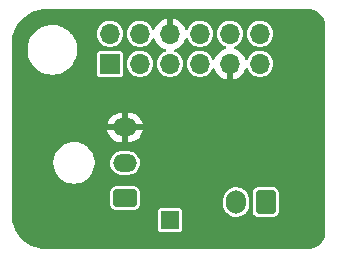
<source format=gbl>
G04 #@! TF.GenerationSoftware,KiCad,Pcbnew,7.0.10*
G04 #@! TF.CreationDate,2024-02-05T22:52:07+01:00*
G04 #@! TF.ProjectId,PowerPCB,506f7765-7250-4434-922e-6b696361645f,rev?*
G04 #@! TF.SameCoordinates,Original*
G04 #@! TF.FileFunction,Copper,L2,Bot*
G04 #@! TF.FilePolarity,Positive*
%FSLAX46Y46*%
G04 Gerber Fmt 4.6, Leading zero omitted, Abs format (unit mm)*
G04 Created by KiCad (PCBNEW 7.0.10) date 2024-02-05 22:52:07*
%MOMM*%
%LPD*%
G01*
G04 APERTURE LIST*
G04 Aperture macros list*
%AMRoundRect*
0 Rectangle with rounded corners*
0 $1 Rounding radius*
0 $2 $3 $4 $5 $6 $7 $8 $9 X,Y pos of 4 corners*
0 Add a 4 corners polygon primitive as box body*
4,1,4,$2,$3,$4,$5,$6,$7,$8,$9,$2,$3,0*
0 Add four circle primitives for the rounded corners*
1,1,$1+$1,$2,$3*
1,1,$1+$1,$4,$5*
1,1,$1+$1,$6,$7*
1,1,$1+$1,$8,$9*
0 Add four rect primitives between the rounded corners*
20,1,$1+$1,$2,$3,$4,$5,0*
20,1,$1+$1,$4,$5,$6,$7,0*
20,1,$1+$1,$6,$7,$8,$9,0*
20,1,$1+$1,$8,$9,$2,$3,0*%
G04 Aperture macros list end*
G04 #@! TA.AperFunction,ComponentPad*
%ADD10R,1.500000X1.500000*%
G04 #@! TD*
G04 #@! TA.AperFunction,ComponentPad*
%ADD11RoundRect,0.250000X0.600000X0.750000X-0.600000X0.750000X-0.600000X-0.750000X0.600000X-0.750000X0*%
G04 #@! TD*
G04 #@! TA.AperFunction,ComponentPad*
%ADD12O,1.700000X2.000000*%
G04 #@! TD*
G04 #@! TA.AperFunction,ComponentPad*
%ADD13RoundRect,0.250001X0.759999X-0.499999X0.759999X0.499999X-0.759999X0.499999X-0.759999X-0.499999X0*%
G04 #@! TD*
G04 #@! TA.AperFunction,ComponentPad*
%ADD14O,2.020000X1.500000*%
G04 #@! TD*
G04 #@! TA.AperFunction,ComponentPad*
%ADD15R,1.700000X1.700000*%
G04 #@! TD*
G04 #@! TA.AperFunction,ComponentPad*
%ADD16O,1.700000X1.700000*%
G04 #@! TD*
G04 #@! TA.AperFunction,ViaPad*
%ADD17C,0.600000*%
G04 #@! TD*
G04 #@! TA.AperFunction,Conductor*
%ADD18C,0.600000*%
G04 #@! TD*
G04 APERTURE END LIST*
D10*
X113462000Y-61900000D03*
D11*
X121570000Y-60393000D03*
D12*
X119070000Y-60393000D03*
D13*
X109654000Y-60074000D03*
D14*
X109654000Y-57074000D03*
X109654000Y-54074000D03*
D15*
X108382000Y-48692000D03*
D16*
X108382000Y-46152000D03*
X110922000Y-48692000D03*
X110922000Y-46152000D03*
X113462000Y-48692000D03*
X113462000Y-46152000D03*
X116002000Y-48692000D03*
X116002000Y-46152000D03*
X118542000Y-48692000D03*
X118542000Y-46152000D03*
X121082000Y-48692000D03*
X121082000Y-46152000D03*
D17*
X117018000Y-53010000D03*
D18*
X113450000Y-48770000D02*
X113655370Y-48770000D01*
G04 #@! TA.AperFunction,Conductor*
G36*
X125174853Y-44050881D02*
G01*
X125387028Y-44067580D01*
X125406237Y-44070623D01*
X125608437Y-44119167D01*
X125626930Y-44125176D01*
X125784353Y-44190382D01*
X125819044Y-44204752D01*
X125836381Y-44213586D01*
X126013672Y-44322230D01*
X126029414Y-44333667D01*
X126187530Y-44468711D01*
X126201288Y-44482469D01*
X126336332Y-44640585D01*
X126347769Y-44656327D01*
X126456413Y-44833618D01*
X126465247Y-44850955D01*
X126544821Y-45043063D01*
X126550834Y-45061569D01*
X126599375Y-45263757D01*
X126602419Y-45282975D01*
X126619118Y-45495146D01*
X126619500Y-45504875D01*
X126619500Y-62934284D01*
X126619045Y-62944896D01*
X126600897Y-63156172D01*
X126597763Y-63175177D01*
X126548153Y-63376874D01*
X126542114Y-63395164D01*
X126461866Y-63586747D01*
X126453067Y-63603881D01*
X126344113Y-63780731D01*
X126332766Y-63796296D01*
X126197748Y-63954128D01*
X126184128Y-63967748D01*
X126026296Y-64102766D01*
X126010731Y-64114113D01*
X125833881Y-64223067D01*
X125816747Y-64231866D01*
X125625164Y-64312114D01*
X125606874Y-64318153D01*
X125405177Y-64367763D01*
X125386172Y-64370897D01*
X125174896Y-64389045D01*
X125164284Y-64389500D01*
X103003481Y-64389500D01*
X102996528Y-64389305D01*
X102676712Y-64371344D01*
X102662894Y-64369787D01*
X102350542Y-64316716D01*
X102336985Y-64313622D01*
X102032530Y-64225910D01*
X102019406Y-64221317D01*
X101726695Y-64100073D01*
X101714166Y-64094040D01*
X101436860Y-63940778D01*
X101425094Y-63933385D01*
X101166687Y-63750035D01*
X101155825Y-63741372D01*
X100919581Y-63530250D01*
X100909749Y-63520418D01*
X100698627Y-63284174D01*
X100689966Y-63273314D01*
X100506611Y-63014900D01*
X100499221Y-63003139D01*
X100345955Y-62725826D01*
X100339926Y-62713304D01*
X100323927Y-62674678D01*
X112461500Y-62674678D01*
X112476032Y-62747735D01*
X112476033Y-62747739D01*
X112476034Y-62747740D01*
X112531399Y-62830601D01*
X112614260Y-62885966D01*
X112614264Y-62885967D01*
X112687321Y-62900499D01*
X112687324Y-62900500D01*
X112687326Y-62900500D01*
X114236676Y-62900500D01*
X114236677Y-62900499D01*
X114309740Y-62885966D01*
X114392601Y-62830601D01*
X114447966Y-62747740D01*
X114462500Y-62674674D01*
X114462500Y-61125326D01*
X114462500Y-61125323D01*
X114462499Y-61125321D01*
X114447967Y-61052264D01*
X114447966Y-61052260D01*
X114424938Y-61017796D01*
X114392601Y-60969399D01*
X114309740Y-60914034D01*
X114309739Y-60914033D01*
X114309735Y-60914032D01*
X114236677Y-60899500D01*
X114236674Y-60899500D01*
X112687326Y-60899500D01*
X112687323Y-60899500D01*
X112614264Y-60914032D01*
X112614260Y-60914033D01*
X112531399Y-60969399D01*
X112476033Y-61052260D01*
X112476032Y-61052264D01*
X112461500Y-61125321D01*
X112461500Y-62674678D01*
X100323927Y-62674678D01*
X100218682Y-62420593D01*
X100214089Y-62407469D01*
X100126377Y-62103014D01*
X100123283Y-62089457D01*
X100094127Y-61917858D01*
X100070210Y-61777094D01*
X100068656Y-61763297D01*
X100050695Y-61443472D01*
X100050500Y-61436519D01*
X100050500Y-60621863D01*
X108393500Y-60621863D01*
X108393501Y-60621882D01*
X108399908Y-60681481D01*
X108450202Y-60816327D01*
X108450203Y-60816328D01*
X108450204Y-60816330D01*
X108536454Y-60931546D01*
X108651670Y-61017796D01*
X108651671Y-61017796D01*
X108651672Y-61017797D01*
X108786518Y-61068091D01*
X108786517Y-61068091D01*
X108793445Y-61068835D01*
X108846128Y-61074500D01*
X108846137Y-61074500D01*
X110461863Y-61074500D01*
X110461872Y-61074500D01*
X110521482Y-61068091D01*
X110656330Y-61017796D01*
X110771546Y-60931546D01*
X110857796Y-60816330D01*
X110908091Y-60681482D01*
X110914500Y-60621872D01*
X110914500Y-60595425D01*
X117969500Y-60595425D01*
X117984472Y-60752218D01*
X118043684Y-60953875D01*
X118076638Y-61017797D01*
X118139991Y-61140686D01*
X118269905Y-61305883D01*
X118269909Y-61305887D01*
X118428746Y-61443521D01*
X118610750Y-61548601D01*
X118610752Y-61548601D01*
X118610756Y-61548604D01*
X118809367Y-61617344D01*
X119017398Y-61647254D01*
X119227330Y-61637254D01*
X119431576Y-61587704D01*
X119517199Y-61548601D01*
X119622743Y-61500401D01*
X119622746Y-61500399D01*
X119622753Y-61500396D01*
X119793952Y-61378486D01*
X119863179Y-61305883D01*
X119938985Y-61226379D01*
X119961797Y-61190883D01*
X119961805Y-61190870D01*
X120469500Y-61190870D01*
X120469501Y-61190876D01*
X120475908Y-61250483D01*
X120526202Y-61385328D01*
X120526206Y-61385335D01*
X120612452Y-61500544D01*
X120612455Y-61500547D01*
X120727664Y-61586793D01*
X120727671Y-61586797D01*
X120862517Y-61637091D01*
X120862516Y-61637091D01*
X120869444Y-61637835D01*
X120922127Y-61643500D01*
X122217872Y-61643499D01*
X122277483Y-61637091D01*
X122412331Y-61586796D01*
X122527546Y-61500546D01*
X122613796Y-61385331D01*
X122664091Y-61250483D01*
X122670500Y-61190873D01*
X122670499Y-59595128D01*
X122664091Y-59535517D01*
X122643426Y-59480112D01*
X122613797Y-59400671D01*
X122613793Y-59400664D01*
X122527547Y-59285455D01*
X122527544Y-59285452D01*
X122412335Y-59199206D01*
X122412328Y-59199202D01*
X122277482Y-59148908D01*
X122277483Y-59148908D01*
X122217883Y-59142501D01*
X122217881Y-59142500D01*
X122217873Y-59142500D01*
X122217864Y-59142500D01*
X120922129Y-59142500D01*
X120922123Y-59142501D01*
X120862516Y-59148908D01*
X120727671Y-59199202D01*
X120727664Y-59199206D01*
X120612455Y-59285452D01*
X120612452Y-59285455D01*
X120526206Y-59400664D01*
X120526202Y-59400671D01*
X120475908Y-59535517D01*
X120473317Y-59559622D01*
X120469501Y-59595123D01*
X120469500Y-59595135D01*
X120469500Y-61190870D01*
X119961805Y-61190870D01*
X120052613Y-61049572D01*
X120130725Y-60854457D01*
X120170500Y-60648085D01*
X120170500Y-60190575D01*
X120155528Y-60033782D01*
X120096316Y-59832125D01*
X120000011Y-59645318D01*
X120000009Y-59645316D01*
X120000008Y-59645313D01*
X119870094Y-59480116D01*
X119870090Y-59480112D01*
X119711253Y-59342478D01*
X119529249Y-59237398D01*
X119529245Y-59237396D01*
X119529244Y-59237396D01*
X119330633Y-59168656D01*
X119122602Y-59138746D01*
X119122598Y-59138746D01*
X118912672Y-59148745D01*
X118708421Y-59198296D01*
X118708417Y-59198298D01*
X118517256Y-59285598D01*
X118517251Y-59285601D01*
X118346046Y-59407515D01*
X118346040Y-59407520D01*
X118201014Y-59559620D01*
X118087388Y-59736425D01*
X118009274Y-59931544D01*
X117989570Y-60033782D01*
X117969500Y-60137915D01*
X117969500Y-60595425D01*
X110914500Y-60595425D01*
X110914500Y-59526128D01*
X110908091Y-59466518D01*
X110857796Y-59331670D01*
X110771546Y-59216454D01*
X110656330Y-59130204D01*
X110656328Y-59130203D01*
X110656327Y-59130202D01*
X110521481Y-59079908D01*
X110521482Y-59079908D01*
X110461882Y-59073501D01*
X110461880Y-59073500D01*
X110461872Y-59073500D01*
X108846128Y-59073500D01*
X108846120Y-59073500D01*
X108846117Y-59073501D01*
X108786518Y-59079908D01*
X108651672Y-59130202D01*
X108651670Y-59130204D01*
X108536454Y-59216454D01*
X108450204Y-59331670D01*
X108450202Y-59331672D01*
X108399908Y-59466518D01*
X108393501Y-59526117D01*
X108393500Y-59526136D01*
X108393500Y-60621863D01*
X100050500Y-60621863D01*
X100050500Y-57205187D01*
X103583500Y-57205187D01*
X103601720Y-57326063D01*
X103622604Y-57464615D01*
X103622605Y-57464617D01*
X103622606Y-57464623D01*
X103699938Y-57715326D01*
X103813767Y-57951696D01*
X103813768Y-57951697D01*
X103813770Y-57951700D01*
X103813772Y-57951704D01*
X103814857Y-57953295D01*
X103961567Y-58168479D01*
X104140014Y-58360801D01*
X104140018Y-58360804D01*
X104140019Y-58360805D01*
X104345143Y-58524386D01*
X104572357Y-58655568D01*
X104816584Y-58751420D01*
X105072370Y-58809802D01*
X105072376Y-58809802D01*
X105072379Y-58809803D01*
X105268484Y-58824499D01*
X105268503Y-58824499D01*
X105268506Y-58824500D01*
X105268508Y-58824500D01*
X105399492Y-58824500D01*
X105399494Y-58824500D01*
X105399496Y-58824499D01*
X105399515Y-58824499D01*
X105595620Y-58809803D01*
X105595622Y-58809802D01*
X105595630Y-58809802D01*
X105851416Y-58751420D01*
X106095643Y-58655568D01*
X106322857Y-58524386D01*
X106527981Y-58360805D01*
X106706433Y-58168479D01*
X106854228Y-57951704D01*
X106968063Y-57715323D01*
X107045396Y-57464615D01*
X107084500Y-57205182D01*
X107084500Y-57124936D01*
X108389631Y-57124936D01*
X108420442Y-57326063D01*
X108420445Y-57326075D01*
X108491111Y-57516881D01*
X108491115Y-57516888D01*
X108598745Y-57689567D01*
X108598747Y-57689569D01*
X108598748Y-57689571D01*
X108738941Y-57837053D01*
X108867344Y-57926424D01*
X108905949Y-57953294D01*
X108905950Y-57953294D01*
X108905951Y-57953295D01*
X109092942Y-58033540D01*
X109292259Y-58074500D01*
X109964743Y-58074500D01*
X110116439Y-58059074D01*
X110310579Y-57998162D01*
X110310580Y-57998161D01*
X110310588Y-57998159D01*
X110488502Y-57899409D01*
X110642895Y-57766866D01*
X110767448Y-57605958D01*
X110857060Y-57423271D01*
X110908063Y-57226285D01*
X110918369Y-57023064D01*
X110887556Y-56821929D01*
X110816886Y-56631113D01*
X110709252Y-56458429D01*
X110569059Y-56310947D01*
X110470587Y-56242409D01*
X110402050Y-56194705D01*
X110215056Y-56114459D01*
X110015741Y-56073500D01*
X109343258Y-56073500D01*
X109343257Y-56073500D01*
X109191560Y-56088925D01*
X108997420Y-56149837D01*
X108997405Y-56149844D01*
X108819500Y-56248589D01*
X108819495Y-56248592D01*
X108665106Y-56381132D01*
X108665104Y-56381134D01*
X108540554Y-56542037D01*
X108540553Y-56542040D01*
X108450940Y-56724728D01*
X108399937Y-56921714D01*
X108389631Y-57124936D01*
X107084500Y-57124936D01*
X107084500Y-56942818D01*
X107045396Y-56683385D01*
X106968063Y-56432677D01*
X106909442Y-56310949D01*
X106854232Y-56196303D01*
X106854231Y-56196302D01*
X106854230Y-56196301D01*
X106854228Y-56196296D01*
X106706433Y-55979521D01*
X106696441Y-55968753D01*
X106527985Y-55787198D01*
X106488533Y-55755736D01*
X106322857Y-55623614D01*
X106095643Y-55492432D01*
X105851416Y-55396580D01*
X105851411Y-55396578D01*
X105851402Y-55396576D01*
X105633818Y-55346914D01*
X105595630Y-55338198D01*
X105595629Y-55338197D01*
X105595625Y-55338197D01*
X105595620Y-55338196D01*
X105399515Y-55323500D01*
X105399494Y-55323500D01*
X105268506Y-55323500D01*
X105268484Y-55323500D01*
X105072379Y-55338196D01*
X105072374Y-55338197D01*
X104816597Y-55396576D01*
X104816578Y-55396582D01*
X104572356Y-55492432D01*
X104345143Y-55623614D01*
X104140014Y-55787198D01*
X103961567Y-55979520D01*
X103813768Y-56196302D01*
X103813767Y-56196303D01*
X103699938Y-56432673D01*
X103622606Y-56683376D01*
X103622605Y-56683381D01*
X103622604Y-56683385D01*
X103607853Y-56781247D01*
X103583500Y-56942812D01*
X103583500Y-57205187D01*
X100050500Y-57205187D01*
X100050500Y-54324000D01*
X108166449Y-54324000D01*
X108170415Y-54353278D01*
X108239945Y-54567268D01*
X108346565Y-54765401D01*
X108346567Y-54765404D01*
X108486854Y-54941320D01*
X108656292Y-55089352D01*
X108656300Y-55089359D01*
X108849446Y-55204759D01*
X108849451Y-55204761D01*
X109060110Y-55283824D01*
X109281494Y-55324000D01*
X109404000Y-55324000D01*
X109404000Y-54520494D01*
X109508839Y-54568373D01*
X109617527Y-54584000D01*
X109690473Y-54584000D01*
X109799161Y-54568373D01*
X109904000Y-54520494D01*
X109904000Y-55324000D01*
X109970126Y-55324000D01*
X109970129Y-55323999D01*
X110138096Y-55308883D01*
X110138102Y-55308882D01*
X110354984Y-55249026D01*
X110354997Y-55249021D01*
X110557708Y-55151401D01*
X110557716Y-55151397D01*
X110739741Y-55019148D01*
X110739749Y-55019142D01*
X110895237Y-54856513D01*
X111019191Y-54668733D01*
X111107624Y-54461830D01*
X111107627Y-54461821D01*
X111139084Y-54324000D01*
X110099572Y-54324000D01*
X110122682Y-54288040D01*
X110164000Y-54147327D01*
X110164000Y-54000673D01*
X110122682Y-53859960D01*
X110099572Y-53824000D01*
X111141550Y-53824000D01*
X111141550Y-53823999D01*
X111137584Y-53794721D01*
X111068054Y-53580731D01*
X110961434Y-53382598D01*
X110961432Y-53382595D01*
X110821145Y-53206679D01*
X110651707Y-53058647D01*
X110651699Y-53058640D01*
X110458553Y-52943240D01*
X110458548Y-52943238D01*
X110247889Y-52864175D01*
X110026506Y-52824000D01*
X109904000Y-52824000D01*
X109904000Y-53627505D01*
X109799161Y-53579627D01*
X109690473Y-53564000D01*
X109617527Y-53564000D01*
X109508839Y-53579627D01*
X109404000Y-53627505D01*
X109404000Y-52824000D01*
X109337870Y-52824000D01*
X109169903Y-52839116D01*
X109169897Y-52839117D01*
X108953015Y-52898973D01*
X108953002Y-52898978D01*
X108750291Y-52996598D01*
X108750283Y-52996602D01*
X108568258Y-53128851D01*
X108568250Y-53128857D01*
X108412762Y-53291486D01*
X108288808Y-53479266D01*
X108200375Y-53686169D01*
X108200372Y-53686178D01*
X108168915Y-53823999D01*
X108168916Y-53824000D01*
X109208428Y-53824000D01*
X109185318Y-53859960D01*
X109144000Y-54000673D01*
X109144000Y-54147327D01*
X109185318Y-54288040D01*
X109208428Y-54324000D01*
X108166449Y-54324000D01*
X100050500Y-54324000D01*
X100050500Y-47643678D01*
X101399500Y-47643678D01*
X101413325Y-47744264D01*
X101438629Y-47928357D01*
X101438630Y-47928364D01*
X101479877Y-48075578D01*
X101516156Y-48205058D01*
X101516157Y-48205061D01*
X101516158Y-48205063D01*
X101516158Y-48205064D01*
X101630634Y-48468617D01*
X101658529Y-48514489D01*
X101779945Y-48714147D01*
X101961292Y-48937053D01*
X102087105Y-49054554D01*
X102171299Y-49133187D01*
X102171302Y-49133189D01*
X102406064Y-49298901D01*
X102661203Y-49431104D01*
X102931968Y-49527334D01*
X103213314Y-49585798D01*
X103428248Y-49600500D01*
X103428255Y-49600500D01*
X103571745Y-49600500D01*
X103571752Y-49600500D01*
X103786686Y-49585798D01*
X103878697Y-49566678D01*
X107281500Y-49566678D01*
X107296032Y-49639735D01*
X107296033Y-49639739D01*
X107296034Y-49639740D01*
X107351399Y-49722601D01*
X107434260Y-49777966D01*
X107434264Y-49777967D01*
X107507321Y-49792499D01*
X107507324Y-49792500D01*
X107507326Y-49792500D01*
X109256676Y-49792500D01*
X109256677Y-49792499D01*
X109329740Y-49777966D01*
X109412601Y-49722601D01*
X109467966Y-49639740D01*
X109482500Y-49566674D01*
X109482500Y-48692000D01*
X109816785Y-48692000D01*
X109835602Y-48895082D01*
X109891417Y-49091247D01*
X109891422Y-49091260D01*
X109982327Y-49273821D01*
X110105237Y-49436581D01*
X110255958Y-49573980D01*
X110255960Y-49573982D01*
X110355141Y-49635392D01*
X110429363Y-49681348D01*
X110619544Y-49755024D01*
X110820024Y-49792500D01*
X110820026Y-49792500D01*
X111023974Y-49792500D01*
X111023976Y-49792500D01*
X111224456Y-49755024D01*
X111414637Y-49681348D01*
X111588041Y-49573981D01*
X111738764Y-49436579D01*
X111861673Y-49273821D01*
X111952582Y-49091250D01*
X112008397Y-48895083D01*
X112027215Y-48692000D01*
X112008397Y-48488917D01*
X111952582Y-48292750D01*
X111937274Y-48262008D01*
X111902415Y-48192000D01*
X111861673Y-48110179D01*
X111738764Y-47947421D01*
X111738762Y-47947418D01*
X111588041Y-47810019D01*
X111588039Y-47810017D01*
X111414642Y-47702655D01*
X111414635Y-47702651D01*
X111288769Y-47653891D01*
X111224456Y-47628976D01*
X111023976Y-47591500D01*
X110820024Y-47591500D01*
X110619544Y-47628976D01*
X110619541Y-47628976D01*
X110619541Y-47628977D01*
X110429364Y-47702651D01*
X110429357Y-47702655D01*
X110255960Y-47810017D01*
X110255958Y-47810019D01*
X110105237Y-47947418D01*
X109982327Y-48110178D01*
X109891422Y-48292739D01*
X109891417Y-48292752D01*
X109835602Y-48488917D01*
X109816785Y-48691999D01*
X109816785Y-48692000D01*
X109482500Y-48692000D01*
X109482500Y-47817326D01*
X109482500Y-47817323D01*
X109482499Y-47817321D01*
X109467967Y-47744264D01*
X109467966Y-47744260D01*
X109412601Y-47661399D01*
X109329740Y-47606034D01*
X109329739Y-47606033D01*
X109329735Y-47606032D01*
X109256677Y-47591500D01*
X109256674Y-47591500D01*
X107507326Y-47591500D01*
X107507323Y-47591500D01*
X107434264Y-47606032D01*
X107434260Y-47606033D01*
X107351399Y-47661399D01*
X107296033Y-47744260D01*
X107296032Y-47744264D01*
X107281500Y-47817321D01*
X107281500Y-49566678D01*
X103878697Y-49566678D01*
X104068032Y-49527334D01*
X104338797Y-49431104D01*
X104593936Y-49298901D01*
X104828698Y-49133189D01*
X105038708Y-48937053D01*
X105220055Y-48714147D01*
X105369361Y-48468625D01*
X105369363Y-48468620D01*
X105369365Y-48468617D01*
X105473657Y-48228511D01*
X105483844Y-48205058D01*
X105561371Y-47928358D01*
X105600500Y-47643678D01*
X105600500Y-47356322D01*
X105561371Y-47071642D01*
X105483844Y-46794942D01*
X105483841Y-46794935D01*
X105369365Y-46531382D01*
X105350338Y-46500094D01*
X105220055Y-46285853D01*
X105111158Y-46152000D01*
X107276785Y-46152000D01*
X107295602Y-46355082D01*
X107351417Y-46551247D01*
X107351422Y-46551260D01*
X107442327Y-46733821D01*
X107565237Y-46896581D01*
X107715958Y-47033980D01*
X107715960Y-47033982D01*
X107815141Y-47095392D01*
X107889363Y-47141348D01*
X108079544Y-47215024D01*
X108280024Y-47252500D01*
X108280026Y-47252500D01*
X108483974Y-47252500D01*
X108483976Y-47252500D01*
X108684456Y-47215024D01*
X108874637Y-47141348D01*
X109048041Y-47033981D01*
X109198764Y-46896579D01*
X109321673Y-46733821D01*
X109412582Y-46551250D01*
X109468397Y-46355083D01*
X109487215Y-46152000D01*
X109816785Y-46152000D01*
X109835602Y-46355082D01*
X109891417Y-46551247D01*
X109891422Y-46551260D01*
X109982327Y-46733821D01*
X110105237Y-46896581D01*
X110255958Y-47033980D01*
X110255960Y-47033982D01*
X110355141Y-47095392D01*
X110429363Y-47141348D01*
X110619544Y-47215024D01*
X110820024Y-47252500D01*
X110820026Y-47252500D01*
X111023974Y-47252500D01*
X111023976Y-47252500D01*
X111224456Y-47215024D01*
X111414637Y-47141348D01*
X111588041Y-47033981D01*
X111738764Y-46896579D01*
X111861673Y-46733821D01*
X111923598Y-46609456D01*
X111948817Y-46558812D01*
X111996319Y-46507575D01*
X112063982Y-46490153D01*
X112130323Y-46512078D01*
X112174278Y-46566389D01*
X112179592Y-46581989D01*
X112188567Y-46615485D01*
X112188570Y-46615492D01*
X112288399Y-46829578D01*
X112423894Y-47023082D01*
X112590917Y-47190105D01*
X112784421Y-47325600D01*
X112998507Y-47425429D01*
X112998516Y-47425433D01*
X113037583Y-47435901D01*
X113097244Y-47472266D01*
X113127773Y-47535113D01*
X113119479Y-47604488D01*
X113074993Y-47658366D01*
X113050284Y-47671302D01*
X112969373Y-47702647D01*
X112969357Y-47702655D01*
X112795960Y-47810017D01*
X112795958Y-47810019D01*
X112645237Y-47947418D01*
X112522327Y-48110178D01*
X112431422Y-48292739D01*
X112431417Y-48292752D01*
X112375602Y-48488917D01*
X112356785Y-48691999D01*
X112356785Y-48692000D01*
X112375602Y-48895082D01*
X112431417Y-49091247D01*
X112431422Y-49091260D01*
X112522327Y-49273821D01*
X112645237Y-49436581D01*
X112795958Y-49573980D01*
X112795960Y-49573982D01*
X112895141Y-49635392D01*
X112969363Y-49681348D01*
X113159544Y-49755024D01*
X113360024Y-49792500D01*
X113360026Y-49792500D01*
X113563974Y-49792500D01*
X113563976Y-49792500D01*
X113764456Y-49755024D01*
X113954637Y-49681348D01*
X114128041Y-49573981D01*
X114278764Y-49436579D01*
X114401673Y-49273821D01*
X114492582Y-49091250D01*
X114548397Y-48895083D01*
X114567215Y-48692000D01*
X114896785Y-48692000D01*
X114915602Y-48895082D01*
X114971417Y-49091247D01*
X114971422Y-49091260D01*
X115062327Y-49273821D01*
X115185237Y-49436581D01*
X115335958Y-49573980D01*
X115335960Y-49573982D01*
X115435141Y-49635392D01*
X115509363Y-49681348D01*
X115699544Y-49755024D01*
X115900024Y-49792500D01*
X115900026Y-49792500D01*
X116103974Y-49792500D01*
X116103976Y-49792500D01*
X116304456Y-49755024D01*
X116494637Y-49681348D01*
X116668041Y-49573981D01*
X116818764Y-49436579D01*
X116941673Y-49273821D01*
X117011700Y-49133187D01*
X117028817Y-49098812D01*
X117076319Y-49047575D01*
X117143982Y-49030153D01*
X117210323Y-49052078D01*
X117254278Y-49106389D01*
X117259592Y-49121989D01*
X117268567Y-49155485D01*
X117268570Y-49155492D01*
X117368399Y-49369578D01*
X117503894Y-49563082D01*
X117670917Y-49730105D01*
X117864421Y-49865600D01*
X118078507Y-49965429D01*
X118078516Y-49965433D01*
X118292000Y-50022634D01*
X118292000Y-49127501D01*
X118399685Y-49176680D01*
X118506237Y-49192000D01*
X118577763Y-49192000D01*
X118684315Y-49176680D01*
X118792000Y-49127501D01*
X118792000Y-50022633D01*
X119005483Y-49965433D01*
X119005492Y-49965429D01*
X119219578Y-49865600D01*
X119413082Y-49730105D01*
X119580105Y-49563082D01*
X119715600Y-49369578D01*
X119815429Y-49155492D01*
X119815431Y-49155489D01*
X119824406Y-49121992D01*
X119860770Y-49062331D01*
X119923616Y-49031800D01*
X119992992Y-49040094D01*
X120046871Y-49084578D01*
X120055182Y-49098811D01*
X120142327Y-49273821D01*
X120265237Y-49436581D01*
X120415958Y-49573980D01*
X120415960Y-49573982D01*
X120515141Y-49635392D01*
X120589363Y-49681348D01*
X120779544Y-49755024D01*
X120980024Y-49792500D01*
X120980026Y-49792500D01*
X121183974Y-49792500D01*
X121183976Y-49792500D01*
X121384456Y-49755024D01*
X121574637Y-49681348D01*
X121748041Y-49573981D01*
X121898764Y-49436579D01*
X122021673Y-49273821D01*
X122112582Y-49091250D01*
X122168397Y-48895083D01*
X122187215Y-48692000D01*
X122168397Y-48488917D01*
X122112582Y-48292750D01*
X122097274Y-48262008D01*
X122062415Y-48192000D01*
X122021673Y-48110179D01*
X121898764Y-47947421D01*
X121898762Y-47947418D01*
X121748041Y-47810019D01*
X121748039Y-47810017D01*
X121574642Y-47702655D01*
X121574635Y-47702651D01*
X121448769Y-47653891D01*
X121384456Y-47628976D01*
X121183976Y-47591500D01*
X120980024Y-47591500D01*
X120779544Y-47628976D01*
X120779541Y-47628976D01*
X120779541Y-47628977D01*
X120589364Y-47702651D01*
X120589357Y-47702655D01*
X120415960Y-47810017D01*
X120415958Y-47810019D01*
X120265237Y-47947418D01*
X120142327Y-48110178D01*
X120055182Y-48285188D01*
X120007679Y-48336425D01*
X119940016Y-48353846D01*
X119873676Y-48331920D01*
X119829721Y-48277609D01*
X119824407Y-48262008D01*
X119815434Y-48228518D01*
X119815429Y-48228507D01*
X119715600Y-48014422D01*
X119715599Y-48014420D01*
X119580113Y-47820926D01*
X119580108Y-47820920D01*
X119413082Y-47653894D01*
X119219578Y-47518399D01*
X119005492Y-47418570D01*
X119005477Y-47418564D01*
X118966414Y-47408097D01*
X118906754Y-47371732D01*
X118876226Y-47308885D01*
X118884521Y-47239509D01*
X118929007Y-47185632D01*
X118953710Y-47172698D01*
X119034637Y-47141348D01*
X119208041Y-47033981D01*
X119358764Y-46896579D01*
X119481673Y-46733821D01*
X119572582Y-46551250D01*
X119628397Y-46355083D01*
X119647215Y-46152000D01*
X119976785Y-46152000D01*
X119995602Y-46355082D01*
X120051417Y-46551247D01*
X120051422Y-46551260D01*
X120142327Y-46733821D01*
X120265237Y-46896581D01*
X120415958Y-47033980D01*
X120415960Y-47033982D01*
X120515141Y-47095392D01*
X120589363Y-47141348D01*
X120779544Y-47215024D01*
X120980024Y-47252500D01*
X120980026Y-47252500D01*
X121183974Y-47252500D01*
X121183976Y-47252500D01*
X121384456Y-47215024D01*
X121574637Y-47141348D01*
X121748041Y-47033981D01*
X121898764Y-46896579D01*
X122021673Y-46733821D01*
X122112582Y-46551250D01*
X122168397Y-46355083D01*
X122187215Y-46152000D01*
X122178963Y-46062950D01*
X122168397Y-45948917D01*
X122145036Y-45866812D01*
X122112582Y-45752750D01*
X122099608Y-45726695D01*
X122043096Y-45613202D01*
X122021673Y-45570179D01*
X121898764Y-45407421D01*
X121898762Y-45407418D01*
X121748041Y-45270019D01*
X121748039Y-45270017D01*
X121574642Y-45162655D01*
X121574635Y-45162651D01*
X121448769Y-45113891D01*
X121384456Y-45088976D01*
X121183976Y-45051500D01*
X120980024Y-45051500D01*
X120779544Y-45088976D01*
X120779541Y-45088976D01*
X120779541Y-45088977D01*
X120589364Y-45162651D01*
X120589357Y-45162655D01*
X120415960Y-45270017D01*
X120415958Y-45270019D01*
X120265237Y-45407418D01*
X120142327Y-45570178D01*
X120051422Y-45752739D01*
X120051417Y-45752752D01*
X119995602Y-45948917D01*
X119976785Y-46151999D01*
X119976785Y-46152000D01*
X119647215Y-46152000D01*
X119638963Y-46062950D01*
X119628397Y-45948917D01*
X119605036Y-45866812D01*
X119572582Y-45752750D01*
X119559608Y-45726695D01*
X119503096Y-45613202D01*
X119481673Y-45570179D01*
X119358764Y-45407421D01*
X119358762Y-45407418D01*
X119208041Y-45270019D01*
X119208039Y-45270017D01*
X119034642Y-45162655D01*
X119034635Y-45162651D01*
X118908769Y-45113891D01*
X118844456Y-45088976D01*
X118643976Y-45051500D01*
X118440024Y-45051500D01*
X118239544Y-45088976D01*
X118239541Y-45088976D01*
X118239541Y-45088977D01*
X118049364Y-45162651D01*
X118049357Y-45162655D01*
X117875960Y-45270017D01*
X117875958Y-45270019D01*
X117725237Y-45407418D01*
X117602327Y-45570178D01*
X117511422Y-45752739D01*
X117511417Y-45752752D01*
X117455602Y-45948917D01*
X117436785Y-46151999D01*
X117436785Y-46152000D01*
X117455602Y-46355082D01*
X117511417Y-46551247D01*
X117511422Y-46551260D01*
X117602327Y-46733821D01*
X117725237Y-46896581D01*
X117875958Y-47033980D01*
X117875960Y-47033982D01*
X117975141Y-47095392D01*
X118049363Y-47141348D01*
X118130283Y-47172696D01*
X118185685Y-47215269D01*
X118209276Y-47281035D01*
X118193565Y-47349116D01*
X118143542Y-47397895D01*
X118117586Y-47408097D01*
X118078519Y-47418565D01*
X118078507Y-47418570D01*
X117864422Y-47518399D01*
X117864420Y-47518400D01*
X117670926Y-47653886D01*
X117670920Y-47653891D01*
X117503891Y-47820920D01*
X117503886Y-47820926D01*
X117368400Y-48014420D01*
X117368399Y-48014422D01*
X117268570Y-48228507D01*
X117268568Y-48228511D01*
X117259592Y-48262011D01*
X117223226Y-48321671D01*
X117160379Y-48352199D01*
X117091003Y-48343904D01*
X117037126Y-48299418D01*
X117028817Y-48285188D01*
X116982415Y-48192000D01*
X116941673Y-48110179D01*
X116818764Y-47947421D01*
X116818762Y-47947418D01*
X116668041Y-47810019D01*
X116668039Y-47810017D01*
X116494642Y-47702655D01*
X116494635Y-47702651D01*
X116368769Y-47653891D01*
X116304456Y-47628976D01*
X116103976Y-47591500D01*
X115900024Y-47591500D01*
X115699544Y-47628976D01*
X115699541Y-47628976D01*
X115699541Y-47628977D01*
X115509364Y-47702651D01*
X115509357Y-47702655D01*
X115335960Y-47810017D01*
X115335958Y-47810019D01*
X115185237Y-47947418D01*
X115062327Y-48110178D01*
X114971422Y-48292739D01*
X114971417Y-48292752D01*
X114915602Y-48488917D01*
X114896785Y-48691999D01*
X114896785Y-48692000D01*
X114567215Y-48692000D01*
X114548397Y-48488917D01*
X114492582Y-48292750D01*
X114477274Y-48262008D01*
X114442415Y-48192000D01*
X114401673Y-48110179D01*
X114278764Y-47947421D01*
X114278762Y-47947418D01*
X114128041Y-47810019D01*
X114128039Y-47810017D01*
X113954642Y-47702655D01*
X113954635Y-47702651D01*
X113873715Y-47671303D01*
X113818313Y-47628730D01*
X113794723Y-47562963D01*
X113810434Y-47494883D01*
X113860458Y-47446104D01*
X113886417Y-47435901D01*
X113925481Y-47425434D01*
X113925492Y-47425429D01*
X114139578Y-47325600D01*
X114333082Y-47190105D01*
X114500105Y-47023082D01*
X114635600Y-46829578D01*
X114735429Y-46615492D01*
X114735431Y-46615489D01*
X114744406Y-46581992D01*
X114780770Y-46522331D01*
X114843616Y-46491800D01*
X114912992Y-46500094D01*
X114966871Y-46544578D01*
X114975182Y-46558811D01*
X115062327Y-46733821D01*
X115185237Y-46896581D01*
X115335958Y-47033980D01*
X115335960Y-47033982D01*
X115435141Y-47095392D01*
X115509363Y-47141348D01*
X115699544Y-47215024D01*
X115900024Y-47252500D01*
X115900026Y-47252500D01*
X116103974Y-47252500D01*
X116103976Y-47252500D01*
X116304456Y-47215024D01*
X116494637Y-47141348D01*
X116668041Y-47033981D01*
X116818764Y-46896579D01*
X116941673Y-46733821D01*
X117032582Y-46551250D01*
X117088397Y-46355083D01*
X117107215Y-46152000D01*
X117098963Y-46062950D01*
X117088397Y-45948917D01*
X117065036Y-45866812D01*
X117032582Y-45752750D01*
X117019608Y-45726695D01*
X116963096Y-45613202D01*
X116941673Y-45570179D01*
X116818764Y-45407421D01*
X116818762Y-45407418D01*
X116668041Y-45270019D01*
X116668039Y-45270017D01*
X116494642Y-45162655D01*
X116494635Y-45162651D01*
X116368769Y-45113891D01*
X116304456Y-45088976D01*
X116103976Y-45051500D01*
X115900024Y-45051500D01*
X115699544Y-45088976D01*
X115699541Y-45088976D01*
X115699541Y-45088977D01*
X115509364Y-45162651D01*
X115509357Y-45162655D01*
X115335960Y-45270017D01*
X115335958Y-45270019D01*
X115185237Y-45407418D01*
X115062327Y-45570178D01*
X114975182Y-45745188D01*
X114927679Y-45796425D01*
X114860016Y-45813846D01*
X114793676Y-45791920D01*
X114749721Y-45737609D01*
X114744407Y-45722008D01*
X114735434Y-45688518D01*
X114735429Y-45688507D01*
X114635600Y-45474422D01*
X114635599Y-45474420D01*
X114500113Y-45280926D01*
X114500108Y-45280920D01*
X114333082Y-45113894D01*
X114139578Y-44978399D01*
X113925492Y-44878570D01*
X113925486Y-44878567D01*
X113712000Y-44821364D01*
X113712000Y-45716498D01*
X113604315Y-45667320D01*
X113497763Y-45652000D01*
X113426237Y-45652000D01*
X113319685Y-45667320D01*
X113212000Y-45716498D01*
X113212000Y-44821364D01*
X113211999Y-44821364D01*
X112998513Y-44878567D01*
X112998507Y-44878570D01*
X112784422Y-44978399D01*
X112784420Y-44978400D01*
X112590926Y-45113886D01*
X112590920Y-45113891D01*
X112423891Y-45280920D01*
X112423886Y-45280926D01*
X112288400Y-45474420D01*
X112288399Y-45474422D01*
X112188570Y-45688507D01*
X112188568Y-45688511D01*
X112179592Y-45722011D01*
X112143226Y-45781671D01*
X112080379Y-45812199D01*
X112011003Y-45803904D01*
X111957126Y-45759418D01*
X111948817Y-45745188D01*
X111902415Y-45652000D01*
X111861673Y-45570179D01*
X111738764Y-45407421D01*
X111738762Y-45407418D01*
X111588041Y-45270019D01*
X111588039Y-45270017D01*
X111414642Y-45162655D01*
X111414635Y-45162651D01*
X111288769Y-45113891D01*
X111224456Y-45088976D01*
X111023976Y-45051500D01*
X110820024Y-45051500D01*
X110619544Y-45088976D01*
X110619541Y-45088976D01*
X110619541Y-45088977D01*
X110429364Y-45162651D01*
X110429357Y-45162655D01*
X110255960Y-45270017D01*
X110255958Y-45270019D01*
X110105237Y-45407418D01*
X109982327Y-45570178D01*
X109891422Y-45752739D01*
X109891417Y-45752752D01*
X109835602Y-45948917D01*
X109816785Y-46151999D01*
X109816785Y-46152000D01*
X109487215Y-46152000D01*
X109478963Y-46062950D01*
X109468397Y-45948917D01*
X109445036Y-45866812D01*
X109412582Y-45752750D01*
X109399608Y-45726695D01*
X109343096Y-45613202D01*
X109321673Y-45570179D01*
X109198764Y-45407421D01*
X109198762Y-45407418D01*
X109048041Y-45270019D01*
X109048039Y-45270017D01*
X108874642Y-45162655D01*
X108874635Y-45162651D01*
X108748769Y-45113891D01*
X108684456Y-45088976D01*
X108483976Y-45051500D01*
X108280024Y-45051500D01*
X108079544Y-45088976D01*
X108079541Y-45088976D01*
X108079541Y-45088977D01*
X107889364Y-45162651D01*
X107889357Y-45162655D01*
X107715960Y-45270017D01*
X107715958Y-45270019D01*
X107565237Y-45407418D01*
X107442327Y-45570178D01*
X107351422Y-45752739D01*
X107351417Y-45752752D01*
X107295602Y-45948917D01*
X107276785Y-46151999D01*
X107276785Y-46152000D01*
X105111158Y-46152000D01*
X105038708Y-46062947D01*
X104909373Y-45942156D01*
X104828700Y-45866812D01*
X104593935Y-45701098D01*
X104338793Y-45568894D01*
X104068037Y-45472667D01*
X104068034Y-45472666D01*
X103866421Y-45430771D01*
X103786686Y-45414202D01*
X103786684Y-45414201D01*
X103786680Y-45414201D01*
X103668070Y-45406088D01*
X103571752Y-45399500D01*
X103428248Y-45399500D01*
X103337724Y-45405691D01*
X103213319Y-45414201D01*
X102931965Y-45472666D01*
X102931962Y-45472667D01*
X102661206Y-45568894D01*
X102406064Y-45701098D01*
X102171299Y-45866812D01*
X101961289Y-46062950D01*
X101779944Y-46285853D01*
X101630634Y-46531382D01*
X101516158Y-46794935D01*
X101516158Y-46794936D01*
X101438630Y-47071635D01*
X101438629Y-47071642D01*
X101418922Y-47215022D01*
X101399500Y-47356322D01*
X101399500Y-47643678D01*
X100050500Y-47643678D01*
X100050500Y-47003480D01*
X100050695Y-46996527D01*
X100059478Y-46840130D01*
X100068656Y-46676700D01*
X100070210Y-46662907D01*
X100123283Y-46350537D01*
X100126377Y-46336985D01*
X100128531Y-46329511D01*
X100214090Y-46032526D01*
X100218682Y-46019406D01*
X100281888Y-45866812D01*
X100339929Y-45726686D01*
X100345951Y-45714180D01*
X100499227Y-45436850D01*
X100506605Y-45425107D01*
X100689972Y-45166676D01*
X100698619Y-45155834D01*
X100909750Y-44919579D01*
X100919581Y-44909749D01*
X100954470Y-44878570D01*
X101155834Y-44698619D01*
X101166676Y-44689972D01*
X101425107Y-44506605D01*
X101436850Y-44499227D01*
X101714180Y-44345951D01*
X101726686Y-44339929D01*
X102019406Y-44218682D01*
X102032526Y-44214090D01*
X102336990Y-44126375D01*
X102350537Y-44123283D01*
X102662907Y-44070210D01*
X102676700Y-44068656D01*
X102996528Y-44050695D01*
X103003481Y-44050500D01*
X103016408Y-44050500D01*
X125153592Y-44050500D01*
X125165125Y-44050500D01*
X125174853Y-44050881D01*
G37*
G04 #@! TD.AperFunction*
M02*

</source>
